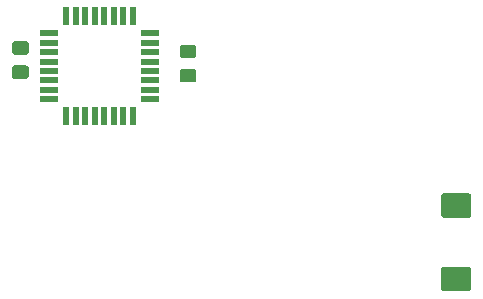
<source format=gbr>
G04 #@! TF.GenerationSoftware,KiCad,Pcbnew,5.1.5-1.fc31*
G04 #@! TF.CreationDate,2020-02-11T17:57:21+01:00*
G04 #@! TF.ProjectId,mimu3000,6d696d75-3330-4303-902e-6b696361645f,rev?*
G04 #@! TF.SameCoordinates,Original*
G04 #@! TF.FileFunction,Paste,Top*
G04 #@! TF.FilePolarity,Positive*
%FSLAX46Y46*%
G04 Gerber Fmt 4.6, Leading zero omitted, Abs format (unit mm)*
G04 Created by KiCad (PCBNEW 5.1.5-1.fc31) date 2020-02-11 17:57:21*
%MOMM*%
%LPD*%
G04 APERTURE LIST*
%ADD10C,0.100000*%
%ADD11R,0.550000X1.600000*%
%ADD12R,1.600000X0.550000*%
G04 APERTURE END LIST*
D10*
G36*
X216549504Y-117351204D02*
G01*
X216573773Y-117354804D01*
X216597571Y-117360765D01*
X216620671Y-117369030D01*
X216642849Y-117379520D01*
X216663893Y-117392133D01*
X216683598Y-117406747D01*
X216701777Y-117423223D01*
X216718253Y-117441402D01*
X216732867Y-117461107D01*
X216745480Y-117482151D01*
X216755970Y-117504329D01*
X216764235Y-117527429D01*
X216770196Y-117551227D01*
X216773796Y-117575496D01*
X216775000Y-117600000D01*
X216775000Y-119175000D01*
X216773796Y-119199504D01*
X216770196Y-119223773D01*
X216764235Y-119247571D01*
X216755970Y-119270671D01*
X216745480Y-119292849D01*
X216732867Y-119313893D01*
X216718253Y-119333598D01*
X216701777Y-119351777D01*
X216683598Y-119368253D01*
X216663893Y-119382867D01*
X216642849Y-119395480D01*
X216620671Y-119405970D01*
X216597571Y-119414235D01*
X216573773Y-119420196D01*
X216549504Y-119423796D01*
X216525000Y-119425000D01*
X214475000Y-119425000D01*
X214450496Y-119423796D01*
X214426227Y-119420196D01*
X214402429Y-119414235D01*
X214379329Y-119405970D01*
X214357151Y-119395480D01*
X214336107Y-119382867D01*
X214316402Y-119368253D01*
X214298223Y-119351777D01*
X214281747Y-119333598D01*
X214267133Y-119313893D01*
X214254520Y-119292849D01*
X214244030Y-119270671D01*
X214235765Y-119247571D01*
X214229804Y-119223773D01*
X214226204Y-119199504D01*
X214225000Y-119175000D01*
X214225000Y-117600000D01*
X214226204Y-117575496D01*
X214229804Y-117551227D01*
X214235765Y-117527429D01*
X214244030Y-117504329D01*
X214254520Y-117482151D01*
X214267133Y-117461107D01*
X214281747Y-117441402D01*
X214298223Y-117423223D01*
X214316402Y-117406747D01*
X214336107Y-117392133D01*
X214357151Y-117379520D01*
X214379329Y-117369030D01*
X214402429Y-117360765D01*
X214426227Y-117354804D01*
X214450496Y-117351204D01*
X214475000Y-117350000D01*
X216525000Y-117350000D01*
X216549504Y-117351204D01*
G37*
G36*
X216549504Y-123576204D02*
G01*
X216573773Y-123579804D01*
X216597571Y-123585765D01*
X216620671Y-123594030D01*
X216642849Y-123604520D01*
X216663893Y-123617133D01*
X216683598Y-123631747D01*
X216701777Y-123648223D01*
X216718253Y-123666402D01*
X216732867Y-123686107D01*
X216745480Y-123707151D01*
X216755970Y-123729329D01*
X216764235Y-123752429D01*
X216770196Y-123776227D01*
X216773796Y-123800496D01*
X216775000Y-123825000D01*
X216775000Y-125400000D01*
X216773796Y-125424504D01*
X216770196Y-125448773D01*
X216764235Y-125472571D01*
X216755970Y-125495671D01*
X216745480Y-125517849D01*
X216732867Y-125538893D01*
X216718253Y-125558598D01*
X216701777Y-125576777D01*
X216683598Y-125593253D01*
X216663893Y-125607867D01*
X216642849Y-125620480D01*
X216620671Y-125630970D01*
X216597571Y-125639235D01*
X216573773Y-125645196D01*
X216549504Y-125648796D01*
X216525000Y-125650000D01*
X214475000Y-125650000D01*
X214450496Y-125648796D01*
X214426227Y-125645196D01*
X214402429Y-125639235D01*
X214379329Y-125630970D01*
X214357151Y-125620480D01*
X214336107Y-125607867D01*
X214316402Y-125593253D01*
X214298223Y-125576777D01*
X214281747Y-125558598D01*
X214267133Y-125538893D01*
X214254520Y-125517849D01*
X214244030Y-125495671D01*
X214235765Y-125472571D01*
X214229804Y-125448773D01*
X214226204Y-125424504D01*
X214225000Y-125400000D01*
X214225000Y-123825000D01*
X214226204Y-123800496D01*
X214229804Y-123776227D01*
X214235765Y-123752429D01*
X214244030Y-123729329D01*
X214254520Y-123707151D01*
X214267133Y-123686107D01*
X214281747Y-123666402D01*
X214298223Y-123648223D01*
X214316402Y-123631747D01*
X214336107Y-123617133D01*
X214357151Y-123604520D01*
X214379329Y-123594030D01*
X214402429Y-123585765D01*
X214426227Y-123579804D01*
X214450496Y-123576204D01*
X214475000Y-123575000D01*
X216525000Y-123575000D01*
X216549504Y-123576204D01*
G37*
D11*
X188100000Y-110850000D03*
X187300000Y-110850000D03*
X186500000Y-110850000D03*
X185700000Y-110850000D03*
X184900000Y-110850000D03*
X184100000Y-110850000D03*
X183300000Y-110850000D03*
X182500000Y-110850000D03*
D12*
X181050000Y-109400000D03*
X181050000Y-108600000D03*
X181050000Y-107800000D03*
X181050000Y-107000000D03*
X181050000Y-106200000D03*
X181050000Y-105400000D03*
X181050000Y-104600000D03*
X181050000Y-103800000D03*
D11*
X182500000Y-102350000D03*
X183300000Y-102350000D03*
X184100000Y-102350000D03*
X184900000Y-102350000D03*
X185700000Y-102350000D03*
X186500000Y-102350000D03*
X187300000Y-102350000D03*
X188100000Y-102350000D03*
D12*
X189550000Y-103800000D03*
X189550000Y-104600000D03*
X189550000Y-105400000D03*
X189550000Y-106200000D03*
X189550000Y-107000000D03*
X189550000Y-107800000D03*
X189550000Y-108600000D03*
X189550000Y-109400000D03*
D10*
G36*
X179074505Y-106526204D02*
G01*
X179098773Y-106529804D01*
X179122572Y-106535765D01*
X179145671Y-106544030D01*
X179167850Y-106554520D01*
X179188893Y-106567132D01*
X179208599Y-106581747D01*
X179226777Y-106598223D01*
X179243253Y-106616401D01*
X179257868Y-106636107D01*
X179270480Y-106657150D01*
X179280970Y-106679329D01*
X179289235Y-106702428D01*
X179295196Y-106726227D01*
X179298796Y-106750495D01*
X179300000Y-106774999D01*
X179300000Y-107425001D01*
X179298796Y-107449505D01*
X179295196Y-107473773D01*
X179289235Y-107497572D01*
X179280970Y-107520671D01*
X179270480Y-107542850D01*
X179257868Y-107563893D01*
X179243253Y-107583599D01*
X179226777Y-107601777D01*
X179208599Y-107618253D01*
X179188893Y-107632868D01*
X179167850Y-107645480D01*
X179145671Y-107655970D01*
X179122572Y-107664235D01*
X179098773Y-107670196D01*
X179074505Y-107673796D01*
X179050001Y-107675000D01*
X178149999Y-107675000D01*
X178125495Y-107673796D01*
X178101227Y-107670196D01*
X178077428Y-107664235D01*
X178054329Y-107655970D01*
X178032150Y-107645480D01*
X178011107Y-107632868D01*
X177991401Y-107618253D01*
X177973223Y-107601777D01*
X177956747Y-107583599D01*
X177942132Y-107563893D01*
X177929520Y-107542850D01*
X177919030Y-107520671D01*
X177910765Y-107497572D01*
X177904804Y-107473773D01*
X177901204Y-107449505D01*
X177900000Y-107425001D01*
X177900000Y-106774999D01*
X177901204Y-106750495D01*
X177904804Y-106726227D01*
X177910765Y-106702428D01*
X177919030Y-106679329D01*
X177929520Y-106657150D01*
X177942132Y-106636107D01*
X177956747Y-106616401D01*
X177973223Y-106598223D01*
X177991401Y-106581747D01*
X178011107Y-106567132D01*
X178032150Y-106554520D01*
X178054329Y-106544030D01*
X178077428Y-106535765D01*
X178101227Y-106529804D01*
X178125495Y-106526204D01*
X178149999Y-106525000D01*
X179050001Y-106525000D01*
X179074505Y-106526204D01*
G37*
G36*
X179074505Y-104476204D02*
G01*
X179098773Y-104479804D01*
X179122572Y-104485765D01*
X179145671Y-104494030D01*
X179167850Y-104504520D01*
X179188893Y-104517132D01*
X179208599Y-104531747D01*
X179226777Y-104548223D01*
X179243253Y-104566401D01*
X179257868Y-104586107D01*
X179270480Y-104607150D01*
X179280970Y-104629329D01*
X179289235Y-104652428D01*
X179295196Y-104676227D01*
X179298796Y-104700495D01*
X179300000Y-104724999D01*
X179300000Y-105375001D01*
X179298796Y-105399505D01*
X179295196Y-105423773D01*
X179289235Y-105447572D01*
X179280970Y-105470671D01*
X179270480Y-105492850D01*
X179257868Y-105513893D01*
X179243253Y-105533599D01*
X179226777Y-105551777D01*
X179208599Y-105568253D01*
X179188893Y-105582868D01*
X179167850Y-105595480D01*
X179145671Y-105605970D01*
X179122572Y-105614235D01*
X179098773Y-105620196D01*
X179074505Y-105623796D01*
X179050001Y-105625000D01*
X178149999Y-105625000D01*
X178125495Y-105623796D01*
X178101227Y-105620196D01*
X178077428Y-105614235D01*
X178054329Y-105605970D01*
X178032150Y-105595480D01*
X178011107Y-105582868D01*
X177991401Y-105568253D01*
X177973223Y-105551777D01*
X177956747Y-105533599D01*
X177942132Y-105513893D01*
X177929520Y-105492850D01*
X177919030Y-105470671D01*
X177910765Y-105447572D01*
X177904804Y-105423773D01*
X177901204Y-105399505D01*
X177900000Y-105375001D01*
X177900000Y-104724999D01*
X177901204Y-104700495D01*
X177904804Y-104676227D01*
X177910765Y-104652428D01*
X177919030Y-104629329D01*
X177929520Y-104607150D01*
X177942132Y-104586107D01*
X177956747Y-104566401D01*
X177973223Y-104548223D01*
X177991401Y-104531747D01*
X178011107Y-104517132D01*
X178032150Y-104504520D01*
X178054329Y-104494030D01*
X178077428Y-104485765D01*
X178101227Y-104479804D01*
X178125495Y-104476204D01*
X178149999Y-104475000D01*
X179050001Y-104475000D01*
X179074505Y-104476204D01*
G37*
G36*
X193260505Y-104775204D02*
G01*
X193284773Y-104778804D01*
X193308572Y-104784765D01*
X193331671Y-104793030D01*
X193353850Y-104803520D01*
X193374893Y-104816132D01*
X193394599Y-104830747D01*
X193412777Y-104847223D01*
X193429253Y-104865401D01*
X193443868Y-104885107D01*
X193456480Y-104906150D01*
X193466970Y-104928329D01*
X193475235Y-104951428D01*
X193481196Y-104975227D01*
X193484796Y-104999495D01*
X193486000Y-105023999D01*
X193486000Y-105674001D01*
X193484796Y-105698505D01*
X193481196Y-105722773D01*
X193475235Y-105746572D01*
X193466970Y-105769671D01*
X193456480Y-105791850D01*
X193443868Y-105812893D01*
X193429253Y-105832599D01*
X193412777Y-105850777D01*
X193394599Y-105867253D01*
X193374893Y-105881868D01*
X193353850Y-105894480D01*
X193331671Y-105904970D01*
X193308572Y-105913235D01*
X193284773Y-105919196D01*
X193260505Y-105922796D01*
X193236001Y-105924000D01*
X192335999Y-105924000D01*
X192311495Y-105922796D01*
X192287227Y-105919196D01*
X192263428Y-105913235D01*
X192240329Y-105904970D01*
X192218150Y-105894480D01*
X192197107Y-105881868D01*
X192177401Y-105867253D01*
X192159223Y-105850777D01*
X192142747Y-105832599D01*
X192128132Y-105812893D01*
X192115520Y-105791850D01*
X192105030Y-105769671D01*
X192096765Y-105746572D01*
X192090804Y-105722773D01*
X192087204Y-105698505D01*
X192086000Y-105674001D01*
X192086000Y-105023999D01*
X192087204Y-104999495D01*
X192090804Y-104975227D01*
X192096765Y-104951428D01*
X192105030Y-104928329D01*
X192115520Y-104906150D01*
X192128132Y-104885107D01*
X192142747Y-104865401D01*
X192159223Y-104847223D01*
X192177401Y-104830747D01*
X192197107Y-104816132D01*
X192218150Y-104803520D01*
X192240329Y-104793030D01*
X192263428Y-104784765D01*
X192287227Y-104778804D01*
X192311495Y-104775204D01*
X192335999Y-104774000D01*
X193236001Y-104774000D01*
X193260505Y-104775204D01*
G37*
G36*
X193260505Y-106825204D02*
G01*
X193284773Y-106828804D01*
X193308572Y-106834765D01*
X193331671Y-106843030D01*
X193353850Y-106853520D01*
X193374893Y-106866132D01*
X193394599Y-106880747D01*
X193412777Y-106897223D01*
X193429253Y-106915401D01*
X193443868Y-106935107D01*
X193456480Y-106956150D01*
X193466970Y-106978329D01*
X193475235Y-107001428D01*
X193481196Y-107025227D01*
X193484796Y-107049495D01*
X193486000Y-107073999D01*
X193486000Y-107724001D01*
X193484796Y-107748505D01*
X193481196Y-107772773D01*
X193475235Y-107796572D01*
X193466970Y-107819671D01*
X193456480Y-107841850D01*
X193443868Y-107862893D01*
X193429253Y-107882599D01*
X193412777Y-107900777D01*
X193394599Y-107917253D01*
X193374893Y-107931868D01*
X193353850Y-107944480D01*
X193331671Y-107954970D01*
X193308572Y-107963235D01*
X193284773Y-107969196D01*
X193260505Y-107972796D01*
X193236001Y-107974000D01*
X192335999Y-107974000D01*
X192311495Y-107972796D01*
X192287227Y-107969196D01*
X192263428Y-107963235D01*
X192240329Y-107954970D01*
X192218150Y-107944480D01*
X192197107Y-107931868D01*
X192177401Y-107917253D01*
X192159223Y-107900777D01*
X192142747Y-107882599D01*
X192128132Y-107862893D01*
X192115520Y-107841850D01*
X192105030Y-107819671D01*
X192096765Y-107796572D01*
X192090804Y-107772773D01*
X192087204Y-107748505D01*
X192086000Y-107724001D01*
X192086000Y-107073999D01*
X192087204Y-107049495D01*
X192090804Y-107025227D01*
X192096765Y-107001428D01*
X192105030Y-106978329D01*
X192115520Y-106956150D01*
X192128132Y-106935107D01*
X192142747Y-106915401D01*
X192159223Y-106897223D01*
X192177401Y-106880747D01*
X192197107Y-106866132D01*
X192218150Y-106853520D01*
X192240329Y-106843030D01*
X192263428Y-106834765D01*
X192287227Y-106828804D01*
X192311495Y-106825204D01*
X192335999Y-106824000D01*
X193236001Y-106824000D01*
X193260505Y-106825204D01*
G37*
M02*

</source>
